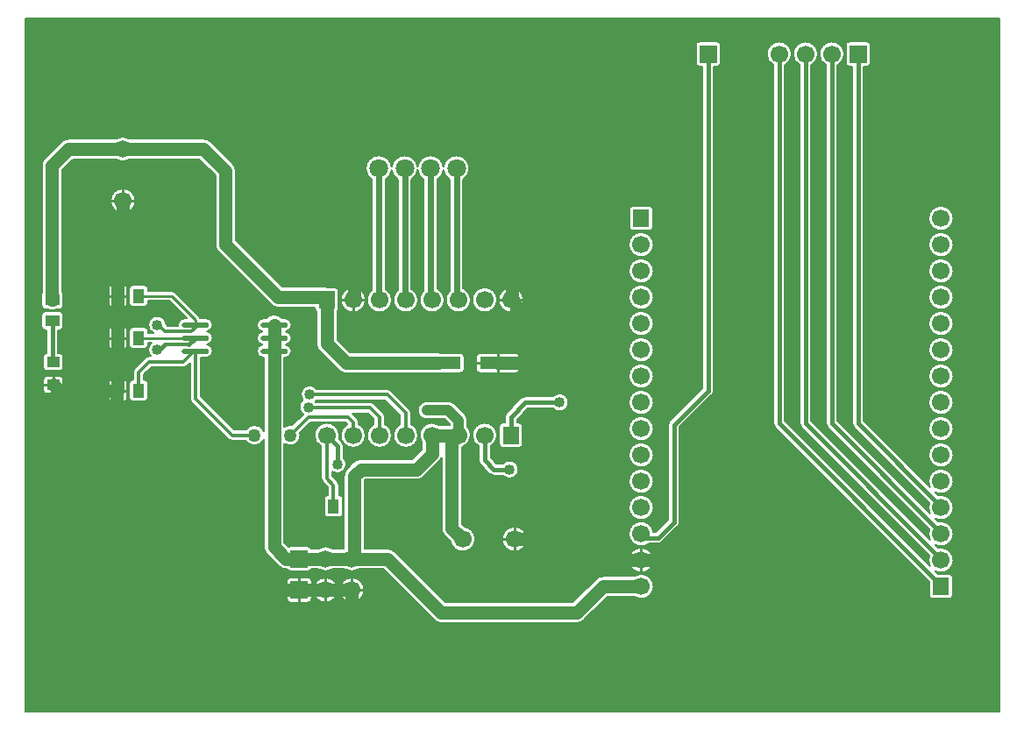
<source format=gtl>
G04 Layer: TopLayer*
G04 EasyEDA Pro v2.0.19.1.e63e9f, 2023-06-23 12:42:27*
G04 Gerber Generator version 0.3*
G04 Scale: 100 percent, Rotated: No, Reflected: No*
G04 Dimensions in millimeters*
G04 Leading zeros omitted, absolute positions, 3 integers and 3 decimals*
%FSLAX33Y33*%
%MOMM*%
%ADD8191C,0.203*%
%ADD10C,0.254*%
%ADD11C,1.7*%
%ADD12R,1.575X1.7*%
%ADD13R,1.575X1.7*%
%ADD14R,1.575X1.7*%
%ADD15R,1.575X1.7*%
%ADD16R,1.377X1.133*%
%ADD17R,1.1372X1.377*%
%ADD18R,1.133X1.377*%
%ADD19O,2.655X0.56*%
%ADD20R,1.7X1.7*%
%ADD21R,1.25X1.0*%
%ADD22R,3.5X1.2*%
%ADD23R,1.7X1.7*%
%ADD24C,1.8*%
%ADD25C,0.61*%
%ADD26C,1.27*%
%ADD27C,1.016*%
%ADD28C,0.406*%
%ADD29C,0.356*%
%ADD30C,0.457*%
%ADD31C,0.61*%
%ADD32C,1.219*%
G75*


G04 Copper Start*
G36*
G01X358Y485D02*
G01X358Y67460D01*
G01X94384D01*
G01Y485D01*
G01X358D01*
G37*
%LPC*%
G36*
G01X39811Y9331D02*
G03X40513Y9040I702J702D01*
G01X53594D01*
G03X54296Y9331I0J993D01*
G01X56545Y11580D01*
G01X59129D01*
G03X59817Y11365I688J993D01*
G03X61025Y12573I0J1208D01*
G03X59817Y13781I-1208J0D01*
G03X59129Y13566I0J-1208D01*
G01X56134D01*
G03X55432Y13275I0J-993D01*
G01X53183Y11026D01*
G01X40924D01*
G01X36008Y15942D01*
G03X35306Y16233I-702J-702D01*
G01X33108D01*
G01Y20320D01*
G01Y22830D01*
G01X33161Y22883D01*
G01X38118D01*
G03X38820Y23174I0J993D01*
G01X40326Y24680D01*
G03X40536Y24988I-702J702D01*
G01Y18201D01*
G03X40827Y17499I993J0D01*
G01X41396Y16929D01*
G03X42585Y15937I1189J216D01*
G03X43793Y17145I0J1208D01*
G03X42801Y18334I-1208J0D01*
G01X42522Y18612D01*
G01Y26024D01*
G03X43372Y27178I-358J1154D01*
G03X43030Y28020I-1208J0D01*
G01Y28615D01*
G03X42776Y29227I-866J0D01*
G01X41800Y30203D01*
G03X41188Y30457I-612J-612D01*
G01X39116D01*
G03X38250Y29591I0J-866D01*
G03X39116Y28725I866J0D01*
G01X40829D01*
G01X41298Y28256D01*
G01Y28171D01*
G01X40312D01*
G03X39624Y28386I-688J-993D01*
G03X38416Y27178I0J-1208D01*
G03X38631Y26490I1208J0D01*
G01Y25793D01*
G01X37707Y24869D01*
G01X32750D01*
G03X32048Y24578I0J-993D01*
G01X31413Y23943D01*
G03X31122Y23241I702J-702D01*
G01Y20320D01*
G01Y16233D01*
G01X30025D01*
G03X29337Y16448I-688J-993D01*
G03X28649Y16233I0J-1208D01*
G01X27975D01*
G03X27647Y16448I-328J-143D01*
G01X25947D01*
G03X25770Y16401I0J-358D01*
G01X25370Y16802D01*
G01Y26344D01*
G03X25908Y26185I539J834D01*
G03X26901Y27178I0J993D01*
G03X26878Y27390I-993J0D01*
G01X27908Y28420D01*
G01X31274D01*
G01X31445Y28249D01*
G03X30796Y27178I559J-1071D01*
G03X32004Y25970I1208J0D01*
G03X33212Y27178I0J1208D01*
G03X32540Y28261I-1208J0D01*
G01Y28448D01*
G03X32383Y28827I-536J0D01*
G01X31901Y29309D01*
G01X33433D01*
G01X34008Y28734D01*
G01Y28261D01*
G03X33336Y27178I536J-1083D01*
G03X34544Y25970I1208J0D01*
G03X35752Y27178I0J1208D01*
G03X35080Y28261I-1208J0D01*
G01Y28956D01*
G03X34923Y29335I-536J0D01*
G01X34034Y30224D01*
G03X33655Y30381I-379J-379D01*
G01X28409D01*
G03X28362Y30445I-722J-478D01*
G03X28493Y30579I-549J670D01*
G01X35084D01*
G01X36548Y29115D01*
G01Y28261D01*
G03X35876Y27178I536J-1083D01*
G03X37084Y25970I1208J0D01*
G03X38292Y27178I0J1208D01*
G03X37620Y28261I-1208J0D01*
G01Y29337D01*
G03X37463Y29716I-536J0D01*
G01X35685Y31494D01*
G03X35306Y31651I-379J-379D01*
G01X28493D01*
G03X27813Y31981I-680J-536D01*
G03X26947Y31115I0J-866D01*
G03X27137Y30573I866J0D01*
G03X26820Y29903I549J-670D01*
G03X27176Y29203I866J0D01*
G01X26120Y28148D01*
G03X25908Y28171I-212J-970D01*
G03X25370Y28012I0J-993D01*
G01Y34668D01*
G01X25424D01*
G03X26062Y35306I0J638D01*
G03X25487Y35941I-638J0D01*
G03X26062Y36576I-63J635D01*
G03X25487Y37211I-638J0D01*
G03X26062Y37846I-63J635D01*
G03X25424Y38484I-638J0D01*
G01X25137D01*
G03X24377Y38839I-761J-638D01*
G03X23616Y38484I0J-993D01*
G01X23329D01*
G03X22691Y37846I0J-638D01*
G03X23266Y37211I638J0D01*
G03X22691Y36576I63J-635D01*
G03X23266Y35941I638J0D01*
G03X22691Y35306I63J-635D01*
G03X23329Y34668I638J0D01*
G01X23383D01*
G01Y27588D01*
G03X22479Y28171I-904J-410D01*
G03X21643Y27714I0J-993D01*
G01X20542D01*
G01X17307Y30949D01*
G01Y34668D01*
G01X17819D01*
G03X18457Y35306I0J638D01*
G03X17882Y35941I-638J0D01*
G03X18457Y36576I-63J635D01*
G03X17882Y37211I-638J0D01*
G03X18457Y37846I-63J635D01*
G03X17819Y38484I-638J0D01*
G01X17237D01*
G03X17115Y38690I-465J-138D01*
G01X14821Y40983D01*
G03X14478Y41125I-343J-343D01*
G01X12211D01*
G01Y41329D01*
G03X11853Y41687I-358J0D01*
G01X10721D01*
G03X10363Y41329I0J-358D01*
G01Y39951D01*
G03X10721Y39593I358J0D01*
G01X11853D01*
G03X12211Y39951I0J358D01*
G01Y40155D01*
G01X14277D01*
G01X15948Y38484D01*
G01X15724D01*
G03X15086Y37846I0J-638D01*
G03X15094Y37747I638J0D01*
G01X14065D01*
G01X13947Y37865D01*
G03X13081Y38712I-866J-19D01*
G03X12215Y37846I0J-866D01*
G03X12715Y37061I866J0D01*
G01X12211D01*
G01Y37265D01*
G03X11853Y37623I-358J0D01*
G01X10721D01*
G03X10363Y37265I0J-358D01*
G01Y35887D01*
G03X10721Y35529I358J0D01*
G01X11853D01*
G03X12211Y35887I0J358D01*
G01Y36091D01*
G01X12518D01*
G03X12215Y35433I563J-658D01*
G03X12463Y34826I866J0D01*
G01X12303D01*
G03X11924Y34669I0J-536D01*
G01X10908Y33653D01*
G03X10751Y33274I379J-379D01*
G01Y32543D01*
G01X10721D01*
G03X10363Y32185I0J-358D01*
G01Y30807D01*
G03X10721Y30449I358J0D01*
G01X11853D01*
G03X12211Y30807I0J358D01*
G01Y32185D01*
G03X11853Y32543I-358J0D01*
G01X11823D01*
G01Y33052D01*
G01X12525Y33754D01*
G01X15621D01*
G03X16000Y33911I0J536D01*
G01X16236Y34147D01*
G01Y30727D01*
G03X16393Y30348I536J0D01*
G01X19941Y26799D01*
G03X20320Y26642I379J379D01*
G01X21643D01*
G03X22479Y26185I836J536D01*
G03X23383Y26768I0J993D01*
G01Y16390D01*
G03X23674Y15688I993J0D01*
G01X24825Y14538D01*
G03X25527Y14247I702J702D01*
G01X25619D01*
G03X25947Y14032I328J143D01*
G01X27647D01*
G03X27975Y14247I0J358D01*
G01X28649D01*
G03X29337Y14032I688J993D01*
G03X30025Y14247I0J1208D01*
G01X31189D01*
G03X31877Y14032I688J993D01*
G03X32565Y14247I0J1208D01*
G01X34895D01*
G01X39811Y9331D01*
G37*
G36*
G01X89560Y11365D02*
G03X89919Y11723I0J358D01*
G01Y13423D01*
G03X89560Y13781I-358J0D01*
G01X88486D01*
G01X88236Y14031D01*
G03X88773Y13905I537J1082D01*
G03X89981Y15113I0J1208D01*
G03X88773Y16321I-1208J0D01*
G03X88514Y16293I0J-1208D01*
G01X88236Y16571D01*
G03X88773Y16445I537J1082D01*
G03X89981Y17653I0J1208D01*
G03X88773Y18861I-1208J0D01*
G03X88514Y18833I0J-1208D01*
G01X88236Y19111D01*
G03X88773Y18985I537J1082D01*
G03X89981Y20193I0J1208D01*
G03X88773Y21401I-1208J0D01*
G03X88514Y21373I0J-1208D01*
G01X88236Y21651D01*
G03X88773Y21525I537J1082D01*
G03X89981Y22733I0J1208D01*
G03X88773Y23941I-1208J0D01*
G03X87565Y22733I0J-1208D01*
G03X87691Y22196I1208J0D01*
G01X81333Y28554D01*
G01Y62800D01*
G01X81622D01*
G03X81980Y63158I0J358D01*
G01Y64858D01*
G03X81622Y65216I-358J0D01*
G01X79922D01*
G03X79564Y64858I0J-358D01*
G01Y63158D01*
G03X79922Y62800I358J0D01*
G01X80211D01*
G01Y28321D01*
G03X80375Y27924I561J0D01*
G01X87653Y20646D01*
G03X87565Y20193I1120J-453D01*
G03X87691Y19656I1208J0D01*
G01X78793Y28554D01*
G01Y62938D01*
G03X79440Y64008I-561J1070D01*
G03X78232Y65216I-1208J0D01*
G03X77024Y64008I0J-1208D01*
G03X77671Y62938I1208J0D01*
G01Y28321D01*
G03X77835Y27924I561J0D01*
G01X87653Y18106D01*
G03X87565Y17653I1120J-453D01*
G03X87691Y17116I1208J0D01*
G01X76253Y28554D01*
G01Y62938D01*
G03X76900Y64008I-561J1070D01*
G03X75692Y65216I-1208J0D01*
G03X74484Y64008I0J-1208D01*
G03X75131Y62938I1208J0D01*
G01Y28321D01*
G03X75295Y27924I561J0D01*
G01X87653Y15566D01*
G03X87565Y15113I1120J-453D01*
G03X87691Y14576I1208J0D01*
G01X73713Y28554D01*
G01Y62938D01*
G03X74360Y64008I-561J1070D01*
G03X73152Y65216I-1208J0D01*
G03X71944Y64008I0J-1208D01*
G03X72591Y62938I1208J0D01*
G01Y28321D01*
G03X72755Y27924I561J0D01*
G01X87627Y13052D01*
G01Y11723D01*
G03X87986Y11365I358J0D01*
G01X89560D01*
G37*
G36*
G01X30600Y33461D02*
G03X31302Y33170I702J702D01*
G01X40256D01*
G03X40517Y33205I0J993D01*
G01X42387D01*
G03X42745Y33563I0J358D01*
G01Y34763D01*
G03X42387Y35121I-358J0D01*
G01X40517D01*
G03X40256Y35156I-261J-958D01*
G01X31714D01*
G01X30457Y36413D01*
G01Y39116D01*
G03X30610Y39409I-206J293D01*
G01Y41109D01*
G03X30251Y41467I-358J0D01*
G01X29613D01*
G03X29337Y41506I-276J-954D01*
G01X25176D01*
G01X20678Y46004D01*
G01Y52705D01*
G03X20387Y53407I-993J0D01*
G01X18268Y55526D01*
G03X17566Y55817I-702J-702D01*
G01X10467D01*
G03X9779Y56032I-688J-993D01*
G03X9091Y55817I0J-1208D01*
G01X4532D01*
G03X3830Y55526I0J-993D01*
G01X2219Y53915D01*
G03X1928Y53213I702J-702D01*
G01Y40928D01*
G03X1908Y40809I338J-119D01*
G01Y39677D01*
G03X2266Y39319I358J0D01*
G01X2591D01*
G03X2954Y39250I363J924D01*
G03X3317Y39319I0J993D01*
G01X3643D01*
G03X4001Y39677I0J358D01*
G01Y40809D01*
G03X3914Y41043I-358J0D01*
G01Y52802D01*
G01X4943Y53831D01*
G01X9091D01*
G03X9779Y53616I688J993D01*
G03X10467Y53831I0J1208D01*
G01X17155D01*
G01X18692Y52294D01*
G01Y45593D01*
G03X18983Y44891I993J0D01*
G01X24063Y39811D01*
G03X24765Y39520I702J702D01*
G01X28318D01*
G01Y39409D01*
G03X28471Y39116I358J0D01*
G01Y36001D01*
G03X28762Y35299I993J0D01*
G01X30600Y33461D01*
G37*
G36*
G01X58609Y17653D02*
G03X59817Y16445I1208J0D01*
G03X60573Y16711I0J1208D01*
G01X61468D01*
G03X61865Y16875I0J561D01*
G01X63389Y18399D01*
G03X63553Y18796I-397J397D01*
G01Y27961D01*
G01X66691Y31099D01*
G03X66855Y31496I-397J397D01*
G01Y62800D01*
G01X67144D01*
G03X67502Y63158I0J358D01*
G01Y64858D01*
G03X67144Y65216I-358J0D01*
G01X65444D01*
G03X65086Y64858I0J-358D01*
G01Y63158D01*
G03X65444Y62800I358J0D01*
G01X65733D01*
G01Y31729D01*
G01X62595Y28591D01*
G03X62431Y28194I397J-397D01*
G01Y19029D01*
G01X61235Y17833D01*
G01X61012D01*
G03X59817Y18861I-1195J-180D01*
G03X58609Y17653I0J-1208D01*
G37*
G36*
G01X33336Y40259D02*
G03X34544Y39051I1208J0D01*
G03X35752Y40259I0J1208D01*
G03X35140Y41310I-1208J0D01*
G01Y51890D01*
G03X35727Y52816I-663J1069D01*
G03X36314Y51890I1250J143D01*
G01Y41190D01*
G03X35876Y40259I770J-931D01*
G03X37084Y39051I1208J0D01*
G03X38292Y40259I0J1208D01*
G03X37640Y41332I-1208J0D01*
G01Y51890D01*
G03X38227Y52817I-663J1069D01*
G03X38814Y51890I1250J142D01*
G01Y41155D01*
G03X38416Y40259I810J-896D01*
G03X39624Y39051I1208J0D01*
G03X40832Y40259I0J1208D01*
G03X40140Y41351I-1208J0D01*
G01Y51890D01*
G03X40727Y52816I-663J1069D01*
G03X41314Y51890I1250J143D01*
G01Y41118D01*
G03X40956Y40259I850J-859D01*
G03X42164Y39051I1208J0D01*
G03X43372Y40259I0J1208D01*
G03X42640Y41369I-1208J0D01*
G01Y51890D01*
G03X43235Y52959I-663J1069D01*
G03X41977Y54217I-1258J0D01*
G03X40727Y53102I0J-1258D01*
G03X39477Y54217I-1250J-143D01*
G03X38227Y53101I0J-1258D01*
G03X36977Y54217I-1250J-142D01*
G03X35727Y53102I0J-1258D01*
G03X34477Y54217I-1250J-143D01*
G03X33219Y52959I0J-1258D01*
G03X33814Y51890I1258J0D01*
G01Y41222D01*
G03X33336Y40259I730J-963D01*
G37*
G36*
G01X46098Y26328D02*
G03X46457Y25970I358J0D01*
G01X48031D01*
G03X48390Y26328I0J358D01*
G01Y28028D01*
G03X48031Y28386I-358J0D01*
G01X47831D01*
G01Y28713D01*
G01X48884Y29766D01*
G01X51306D01*
G03X51943Y29487I637J587D01*
G03X52809Y30353I0J866D01*
G03X51943Y31219I-866J0D01*
G03X51306Y30940I0J-866D01*
G01X48641D01*
G03X48226Y30768I0J-587D01*
G01X46829Y29371D01*
G03X46657Y28956I415J-415D01*
G01Y28386D01*
G01X46457D01*
G03X46098Y28028I0J-358D01*
G01Y26328D01*
G37*
G36*
G01X30681Y19273D02*
G03X31039Y19631I0J358D01*
G01Y21009D01*
G03X30681Y21367I-358J0D01*
G01X30651D01*
G01Y22352D01*
G03X30494Y22731I-536J0D01*
G01X30000Y23225D01*
G01Y23663D01*
G03X30480Y23518I480J721D01*
G03X31346Y24384I0J866D01*
G03X31067Y25021I-866J0D01*
G01Y26162D01*
G03X30895Y26577I-587J0D01*
G01X30626Y26846D01*
G03X30672Y27178I-1162J332D01*
G03X29464Y28386I-1208J0D01*
G03X28256Y27178I0J-1208D01*
G03X28928Y26095I1208J0D01*
G01Y23003D01*
G03X29085Y22624I536J0D01*
G01X29579Y22130D01*
G01Y21367D01*
G01X29549D01*
G03X29191Y21009I0J-358D01*
G01Y19631D01*
G03X29549Y19273I358J0D01*
G01X30681D01*
G37*
G36*
G01X47117Y23010D02*
G03X47983Y23876I0J866D01*
G03X47117Y24742I-866J0D01*
G03X46480Y24463I0J-866D01*
G01X45836D01*
G01X45291Y25008D01*
G01Y26122D01*
G03X45912Y27178I-587J1056D01*
G03X44704Y28386I-1208J0D01*
G03X43496Y27178I0J-1208D01*
G03X44117Y26122I1208J0D01*
G01Y24765D01*
G03X44289Y24350I587J0D01*
G01X45178Y23461D01*
G03X45593Y23289I415J415D01*
G01X46480D01*
G03X47117Y23010I637J587D01*
G37*
G36*
G01X2065Y33747D02*
G03X2423Y33389I358J0D01*
G01X3673D01*
G03X4031Y33747I0J358D01*
G01Y34747D01*
G03X3673Y35105I-358J0D01*
G01X3516D01*
G01Y37319D01*
G01X3643D01*
G03X4001Y37677I0J358D01*
G01Y38809D01*
G03X3643Y39167I-358J0D01*
G01X2266D01*
G03X1908Y38809I0J-358D01*
G01Y37677D01*
G03X2266Y37319I358J0D01*
G01X2393D01*
G01Y35104D01*
G03X2065Y34747I30J-357D01*
G01Y33747D01*
G37*
G36*
G01X47727Y33205D02*
G03X48085Y33563I0J358D01*
G01Y34763D01*
G03X47727Y35121I-358J0D01*
G01X44227D01*
G03X43869Y34763I0J-358D01*
G01Y33563D01*
G03X44227Y33205I358J0D01*
G01X47727D01*
G37*
G36*
G01X25589Y11377D02*
G03X25947Y11019I358J0D01*
G01X27647D01*
G03X28005Y11377I0J358D01*
G01Y13077D01*
G03X27647Y13435I-358J0D01*
G01X25947D01*
G03X25589Y13077I0J-358D01*
G01Y11377D01*
G37*
G36*
G01X44704Y39051D02*
G03X45912Y40259I0J1208D01*
G03X44704Y41467I-1208J0D01*
G03X43496Y40259I0J-1208D01*
G03X44704Y39051I1208J0D01*
G37*
G36*
G01X58609Y40513D02*
G03X59817Y39305I1208J0D01*
G03X61025Y40513I0J1208D01*
G03X59817Y41721I-1208J0D01*
G03X58609Y40513I0J-1208D01*
G37*
G36*
G01X46036Y40259D02*
G03X47244Y39051I1208J0D01*
G03X48452Y40259I0J1208D01*
G03X47244Y41467I-1208J0D01*
G03X46036Y40259I0J-1208D01*
G37*
G36*
G01X58609Y37973D02*
G03X59817Y36765I1208J0D01*
G03X61025Y37973I0J1208D01*
G03X59817Y39181I-1208J0D01*
G03X58609Y37973I0J-1208D01*
G37*
G36*
G01X58609Y35433D02*
G03X59817Y34225I1208J0D01*
G03X61025Y35433I0J1208D01*
G03X59817Y36641I-1208J0D01*
G03X58609Y35433I0J-1208D01*
G37*
G36*
G01X58609Y27813D02*
G03X59817Y26605I1208J0D01*
G03X61025Y27813I0J1208D01*
G03X59817Y29021I-1208J0D01*
G03X58609Y27813I0J-1208D01*
G37*
G36*
G01X58609Y25273D02*
G03X59817Y24065I1208J0D01*
G03X61025Y25273I0J1208D01*
G03X59817Y26481I-1208J0D01*
G03X58609Y25273I0J-1208D01*
G37*
G36*
G01X30669Y12227D02*
G03X31877Y11019I1208J0D01*
G03X33085Y12227I0J1208D01*
G03X31877Y13435I-1208J0D01*
G03X30669Y12227I0J-1208D01*
G37*
G36*
G01X58609Y15113D02*
G03X59817Y13905I1208J0D01*
G03X61025Y15113I0J1208D01*
G03X59817Y16321I-1208J0D01*
G03X58609Y15113I0J-1208D01*
G37*
G36*
G01X46377Y17145D02*
G03X47585Y15937I1208J0D01*
G03X48793Y17145I0J1208D01*
G03X47585Y18353I-1208J0D01*
G03X46377Y17145I0J-1208D01*
G37*
G36*
G01X58609Y20193D02*
G03X59817Y18985I1208J0D01*
G03X61025Y20193I0J1208D01*
G03X59817Y21401I-1208J0D01*
G03X58609Y20193I0J-1208D01*
G37*
G36*
G01X9779Y48616D02*
G03X10987Y49824I0J1208D01*
G03X9779Y51032I-1208J0D01*
G03X8571Y49824I0J-1208D01*
G03X9779Y48616I1208J0D01*
G37*
G36*
G01X58609Y22733D02*
G03X59817Y21525I1208J0D01*
G03X61025Y22733I0J1208D01*
G03X59817Y23941I-1208J0D01*
G03X58609Y22733I0J-1208D01*
G37*
G36*
G01X32004Y39051D02*
G03X33212Y40259I0J1208D01*
G03X32004Y41467I-1208J0D01*
G03X30796Y40259I0J-1208D01*
G03X32004Y39051I1208J0D01*
G37*
G36*
G01X28129Y12227D02*
G03X29337Y11019I1208J0D01*
G03X30545Y12227I0J1208D01*
G03X29337Y13435I-1208J0D01*
G03X28129Y12227I0J-1208D01*
G37*
G36*
G01X58609Y30353D02*
G03X59817Y29145I1208J0D01*
G03X61025Y30353I0J1208D01*
G03X59817Y31561I-1208J0D01*
G03X58609Y30353I0J-1208D01*
G37*
G36*
G01X58609Y32893D02*
G03X59817Y31685I1208J0D01*
G03X61025Y32893I0J1208D01*
G03X59817Y34101I-1208J0D01*
G03X58609Y32893I0J-1208D01*
G37*
G36*
G01X58609Y45593D02*
G03X59817Y44385I1208J0D01*
G03X61025Y45593I0J1208D01*
G03X59817Y46801I-1208J0D01*
G03X58609Y45593I0J-1208D01*
G37*
G36*
G01X58609Y43053D02*
G03X59817Y41845I1208J0D01*
G03X61025Y43053I0J1208D01*
G03X59817Y44261I-1208J0D01*
G03X58609Y43053I0J-1208D01*
G37*
G36*
G01X88773Y29145D02*
G03X89981Y30353I0J1208D01*
G03X88773Y31561I-1208J0D01*
G03X87565Y30353I0J-1208D01*
G03X88773Y29145I1208J0D01*
G37*
G36*
G01X87565Y48133D02*
G03X88773Y46925I1208J0D01*
G03X89981Y48133I0J1208D01*
G03X88773Y49341I-1208J0D01*
G03X87565Y48133I0J-1208D01*
G37*
G36*
G01X88773Y44385D02*
G03X89981Y45593I0J1208D01*
G03X88773Y46801I-1208J0D01*
G03X87565Y45593I0J-1208D01*
G03X88773Y44385I1208J0D01*
G37*
G36*
G01X88773Y41845D02*
G03X89981Y43053I0J1208D01*
G03X88773Y44261I-1208J0D01*
G03X87565Y43053I0J-1208D01*
G03X88773Y41845I1208J0D01*
G37*
G36*
G01X87565Y40513D02*
G03X88773Y39305I1208J0D01*
G03X89981Y40513I0J1208D01*
G03X88773Y41721I-1208J0D01*
G03X87565Y40513I0J-1208D01*
G37*
G36*
G01X88773Y26605D02*
G03X89981Y27813I0J1208D01*
G03X88773Y29021I-1208J0D01*
G03X87565Y27813I0J-1208D01*
G03X88773Y26605I1208J0D01*
G37*
G36*
G01X87565Y37973D02*
G03X88773Y36765I1208J0D01*
G03X89981Y37973I0J1208D01*
G03X88773Y39181I-1208J0D01*
G03X87565Y37973I0J-1208D01*
G37*
G36*
G01X88773Y34225D02*
G03X89981Y35433I0J1208D01*
G03X88773Y36641I-1208J0D01*
G03X87565Y35433I0J-1208D01*
G03X88773Y34225I1208J0D01*
G37*
G36*
G01X87565Y32893D02*
G03X88773Y31685I1208J0D01*
G03X89981Y32893I0J1208D01*
G03X88773Y34101I-1208J0D01*
G03X87565Y32893I0J-1208D01*
G37*
G36*
G01X88773Y24065D02*
G03X89981Y25273I0J1208D01*
G03X88773Y26481I-1208J0D01*
G03X87565Y25273I0J-1208D01*
G03X88773Y24065I1208J0D01*
G37*
G36*
G01X60604Y46925D02*
G03X60963Y47283I0J358D01*
G01Y48983D01*
G03X60604Y49341I-358J0D01*
G01X59030D01*
G03X58671Y48983I0J-358D01*
G01Y47283D01*
G03X59030Y46925I358J0D01*
G01X60604D01*
G37*
G36*
G01X8363Y39951D02*
G03X8721Y39593I358J0D01*
G01X9853D01*
G03X10211Y39951I0J358D01*
G01Y41329D01*
G03X9853Y41687I-358J0D01*
G01X8721D01*
G03X8363Y41329I0J-358D01*
G01Y39951D01*
G37*
G36*
G01X8363Y35887D02*
G03X8721Y35529I358J0D01*
G01X9853D01*
G03X10211Y35887I0J358D01*
G01Y37265D01*
G03X9853Y37623I-358J0D01*
G01X8721D01*
G03X8363Y37265I0J-358D01*
G01Y35887D01*
G37*
G36*
G01X9853Y30449D02*
G03X10211Y30807I0J358D01*
G01Y32185D01*
G03X9853Y32543I-358J0D01*
G01X8721D01*
G03X8363Y32185I0J-358D01*
G01Y30807D01*
G03X8721Y30449I358J0D01*
G01X9853D01*
G37*
G36*
G01X3673Y31189D02*
G03X4031Y31547I0J358D01*
G01Y32547D01*
G03X3673Y32905I-358J0D01*
G01X2423D01*
G03X2065Y32547I0J-358D01*
G01Y31547D01*
G03X2423Y31189I358J0D01*
G01X3673D01*
G37*
%LPD*%
G54D8191*
G01X358Y485D02*
G01X358Y67460D01*
G01X94384D01*
G01Y485D01*
G01X358D01*
G01X39811Y9331D02*
G03X40513Y9040I702J702D01*
G01X53594D01*
G03X54296Y9331I0J993D01*
G01X56545Y11580D01*
G01X59129D01*
G03X59817Y11365I688J993D01*
G03X61025Y12573I0J1208D01*
G03X59817Y13781I-1208J0D01*
G03X59129Y13566I0J-1208D01*
G01X56134D01*
G03X55432Y13275I0J-993D01*
G01X53183Y11026D01*
G01X40924D01*
G01X36008Y15942D01*
G03X35306Y16233I-702J-702D01*
G01X33108D01*
G01Y20320D01*
G01Y22830D01*
G01X33161Y22883D01*
G01X38118D01*
G03X38820Y23174I0J993D01*
G01X40326Y24680D01*
G03X40536Y24988I-702J702D01*
G01Y18201D01*
G03X40827Y17499I993J0D01*
G01X41396Y16929D01*
G03X42585Y15937I1189J216D01*
G03X43793Y17145I0J1208D01*
G03X42801Y18334I-1208J0D01*
G01X42522Y18612D01*
G01Y26024D01*
G03X43372Y27178I-358J1154D01*
G03X43030Y28020I-1208J0D01*
G01Y28615D01*
G03X42776Y29227I-866J0D01*
G01X41800Y30203D01*
G03X41188Y30457I-612J-612D01*
G01X39116D01*
G03X38250Y29591I0J-866D01*
G03X39116Y28725I866J0D01*
G01X40829D01*
G01X41298Y28256D01*
G01Y28171D01*
G01X40312D01*
G03X39624Y28386I-688J-993D01*
G03X38416Y27178I0J-1208D01*
G03X38631Y26490I1208J0D01*
G01Y25793D01*
G01X37707Y24869D01*
G01X32750D01*
G03X32048Y24578I0J-993D01*
G01X31413Y23943D01*
G03X31122Y23241I702J-702D01*
G01Y20320D01*
G01Y16233D01*
G01X30025D01*
G03X29337Y16448I-688J-993D01*
G03X28649Y16233I0J-1208D01*
G01X27975D01*
G03X27647Y16448I-328J-143D01*
G01X25947D01*
G03X25770Y16401I0J-358D01*
G01X25370Y16802D01*
G01Y26344D01*
G03X25908Y26185I539J834D01*
G03X26901Y27178I0J993D01*
G03X26878Y27390I-993J0D01*
G01X27908Y28420D01*
G01X31274D01*
G01X31445Y28249D01*
G03X30796Y27178I559J-1071D01*
G03X32004Y25970I1208J0D01*
G03X33212Y27178I0J1208D01*
G03X32540Y28261I-1208J0D01*
G01Y28448D01*
G03X32383Y28827I-536J0D01*
G01X31901Y29309D01*
G01X33433D01*
G01X34008Y28734D01*
G01Y28261D01*
G03X33336Y27178I536J-1083D01*
G03X34544Y25970I1208J0D01*
G03X35752Y27178I0J1208D01*
G03X35080Y28261I-1208J0D01*
G01Y28956D01*
G03X34923Y29335I-536J0D01*
G01X34034Y30224D01*
G03X33655Y30381I-379J-379D01*
G01X28409D01*
G03X28362Y30445I-722J-478D01*
G03X28493Y30579I-549J670D01*
G01X35084D01*
G01X36548Y29115D01*
G01Y28261D01*
G03X35876Y27178I536J-1083D01*
G03X37084Y25970I1208J0D01*
G03X38292Y27178I0J1208D01*
G03X37620Y28261I-1208J0D01*
G01Y29337D01*
G03X37463Y29716I-536J0D01*
G01X35685Y31494D01*
G03X35306Y31651I-379J-379D01*
G01X28493D01*
G03X27813Y31981I-680J-536D01*
G03X26947Y31115I0J-866D01*
G03X27137Y30573I866J0D01*
G03X26820Y29903I549J-670D01*
G03X27176Y29203I866J0D01*
G01X26120Y28148D01*
G03X25908Y28171I-212J-970D01*
G03X25370Y28012I0J-993D01*
G01Y34668D01*
G01X25424D01*
G03X26062Y35306I0J638D01*
G03X25487Y35941I-638J0D01*
G03X26062Y36576I-63J635D01*
G03X25487Y37211I-638J0D01*
G03X26062Y37846I-63J635D01*
G03X25424Y38484I-638J0D01*
G01X25137D01*
G03X24377Y38839I-761J-638D01*
G03X23616Y38484I0J-993D01*
G01X23329D01*
G03X22691Y37846I0J-638D01*
G03X23266Y37211I638J0D01*
G03X22691Y36576I63J-635D01*
G03X23266Y35941I638J0D01*
G03X22691Y35306I63J-635D01*
G03X23329Y34668I638J0D01*
G01X23383D01*
G01Y27588D01*
G03X22479Y28171I-904J-410D01*
G03X21643Y27714I0J-993D01*
G01X20542D01*
G01X17307Y30949D01*
G01Y34668D01*
G01X17819D01*
G03X18457Y35306I0J638D01*
G03X17882Y35941I-638J0D01*
G03X18457Y36576I-63J635D01*
G03X17882Y37211I-638J0D01*
G03X18457Y37846I-63J635D01*
G03X17819Y38484I-638J0D01*
G01X17237D01*
G03X17115Y38690I-465J-138D01*
G01X14821Y40983D01*
G03X14478Y41125I-343J-343D01*
G01X12211D01*
G01Y41329D01*
G03X11853Y41687I-358J0D01*
G01X10721D01*
G03X10363Y41329I0J-358D01*
G01Y39951D01*
G03X10721Y39593I358J0D01*
G01X11853D01*
G03X12211Y39951I0J358D01*
G01Y40155D01*
G01X14277D01*
G01X15948Y38484D01*
G01X15724D01*
G03X15086Y37846I0J-638D01*
G03X15094Y37747I638J0D01*
G01X14065D01*
G01X13947Y37865D01*
G03X13081Y38712I-866J-19D01*
G03X12215Y37846I0J-866D01*
G03X12715Y37061I866J0D01*
G01X12211D01*
G01Y37265D01*
G03X11853Y37623I-358J0D01*
G01X10721D01*
G03X10363Y37265I0J-358D01*
G01Y35887D01*
G03X10721Y35529I358J0D01*
G01X11853D01*
G03X12211Y35887I0J358D01*
G01Y36091D01*
G01X12518D01*
G03X12215Y35433I563J-658D01*
G03X12463Y34826I866J0D01*
G01X12303D01*
G03X11924Y34669I0J-536D01*
G01X10908Y33653D01*
G03X10751Y33274I379J-379D01*
G01Y32543D01*
G01X10721D01*
G03X10363Y32185I0J-358D01*
G01Y30807D01*
G03X10721Y30449I358J0D01*
G01X11853D01*
G03X12211Y30807I0J358D01*
G01Y32185D01*
G03X11853Y32543I-358J0D01*
G01X11823D01*
G01Y33052D01*
G01X12525Y33754D01*
G01X15621D01*
G03X16000Y33911I0J536D01*
G01X16236Y34147D01*
G01Y30727D01*
G03X16393Y30348I536J0D01*
G01X19941Y26799D01*
G03X20320Y26642I379J379D01*
G01X21643D01*
G03X22479Y26185I836J536D01*
G03X23383Y26768I0J993D01*
G01Y16390D01*
G03X23674Y15688I993J0D01*
G01X24825Y14538D01*
G03X25527Y14247I702J702D01*
G01X25619D01*
G03X25947Y14032I328J143D01*
G01X27647D01*
G03X27975Y14247I0J358D01*
G01X28649D01*
G03X29337Y14032I688J993D01*
G03X30025Y14247I0J1208D01*
G01X31189D01*
G03X31877Y14032I688J993D01*
G03X32565Y14247I0J1208D01*
G01X34895D01*
G01X39811Y9331D01*
G01X89560Y11365D02*
G03X89919Y11723I0J358D01*
G01Y13423D01*
G03X89560Y13781I-358J0D01*
G01X88486D01*
G01X88236Y14031D01*
G03X88773Y13905I537J1082D01*
G03X89981Y15113I0J1208D01*
G03X88773Y16321I-1208J0D01*
G03X88514Y16293I0J-1208D01*
G01X88236Y16571D01*
G03X88773Y16445I537J1082D01*
G03X89981Y17653I0J1208D01*
G03X88773Y18861I-1208J0D01*
G03X88514Y18833I0J-1208D01*
G01X88236Y19111D01*
G03X88773Y18985I537J1082D01*
G03X89981Y20193I0J1208D01*
G03X88773Y21401I-1208J0D01*
G03X88514Y21373I0J-1208D01*
G01X88236Y21651D01*
G03X88773Y21525I537J1082D01*
G03X89981Y22733I0J1208D01*
G03X88773Y23941I-1208J0D01*
G03X87565Y22733I0J-1208D01*
G03X87691Y22196I1208J0D01*
G01X81333Y28554D01*
G01Y62800D01*
G01X81622D01*
G03X81980Y63158I0J358D01*
G01Y64858D01*
G03X81622Y65216I-358J0D01*
G01X79922D01*
G03X79564Y64858I0J-358D01*
G01Y63158D01*
G03X79922Y62800I358J0D01*
G01X80211D01*
G01Y28321D01*
G03X80375Y27924I561J0D01*
G01X87653Y20646D01*
G03X87565Y20193I1120J-453D01*
G03X87691Y19656I1208J0D01*
G01X78793Y28554D01*
G01Y62938D01*
G03X79440Y64008I-561J1070D01*
G03X78232Y65216I-1208J0D01*
G03X77024Y64008I0J-1208D01*
G03X77671Y62938I1208J0D01*
G01Y28321D01*
G03X77835Y27924I561J0D01*
G01X87653Y18106D01*
G03X87565Y17653I1120J-453D01*
G03X87691Y17116I1208J0D01*
G01X76253Y28554D01*
G01Y62938D01*
G03X76900Y64008I-561J1070D01*
G03X75692Y65216I-1208J0D01*
G03X74484Y64008I0J-1208D01*
G03X75131Y62938I1208J0D01*
G01Y28321D01*
G03X75295Y27924I561J0D01*
G01X87653Y15566D01*
G03X87565Y15113I1120J-453D01*
G03X87691Y14576I1208J0D01*
G01X73713Y28554D01*
G01Y62938D01*
G03X74360Y64008I-561J1070D01*
G03X73152Y65216I-1208J0D01*
G03X71944Y64008I0J-1208D01*
G03X72591Y62938I1208J0D01*
G01Y28321D01*
G03X72755Y27924I561J0D01*
G01X87627Y13052D01*
G01Y11723D01*
G03X87986Y11365I358J0D01*
G01X89560D01*
G01X30600Y33461D02*
G03X31302Y33170I702J702D01*
G01X40256D01*
G03X40517Y33205I0J993D01*
G01X42387D01*
G03X42745Y33563I0J358D01*
G01Y34763D01*
G03X42387Y35121I-358J0D01*
G01X40517D01*
G03X40256Y35156I-261J-958D01*
G01X31714D01*
G01X30457Y36413D01*
G01Y39116D01*
G03X30610Y39409I-206J293D01*
G01Y41109D01*
G03X30251Y41467I-358J0D01*
G01X29613D01*
G03X29337Y41506I-276J-954D01*
G01X25176D01*
G01X20678Y46004D01*
G01Y52705D01*
G03X20387Y53407I-993J0D01*
G01X18268Y55526D01*
G03X17566Y55817I-702J-702D01*
G01X10467D01*
G03X9779Y56032I-688J-993D01*
G03X9091Y55817I0J-1208D01*
G01X4532D01*
G03X3830Y55526I0J-993D01*
G01X2219Y53915D01*
G03X1928Y53213I702J-702D01*
G01Y40928D01*
G03X1908Y40809I338J-119D01*
G01Y39677D01*
G03X2266Y39319I358J0D01*
G01X2591D01*
G03X2954Y39250I363J924D01*
G03X3317Y39319I0J993D01*
G01X3643D01*
G03X4001Y39677I0J358D01*
G01Y40809D01*
G03X3914Y41043I-358J0D01*
G01Y52802D01*
G01X4943Y53831D01*
G01X9091D01*
G03X9779Y53616I688J993D01*
G03X10467Y53831I0J1208D01*
G01X17155D01*
G01X18692Y52294D01*
G01Y45593D01*
G03X18983Y44891I993J0D01*
G01X24063Y39811D01*
G03X24765Y39520I702J702D01*
G01X28318D01*
G01Y39409D01*
G03X28471Y39116I358J0D01*
G01Y36001D01*
G03X28762Y35299I993J0D01*
G01X30600Y33461D01*
G01X58609Y17653D02*
G03X59817Y16445I1208J0D01*
G03X60573Y16711I0J1208D01*
G01X61468D01*
G03X61865Y16875I0J561D01*
G01X63389Y18399D01*
G03X63553Y18796I-397J397D01*
G01Y27961D01*
G01X66691Y31099D01*
G03X66855Y31496I-397J397D01*
G01Y62800D01*
G01X67144D01*
G03X67502Y63158I0J358D01*
G01Y64858D01*
G03X67144Y65216I-358J0D01*
G01X65444D01*
G03X65086Y64858I0J-358D01*
G01Y63158D01*
G03X65444Y62800I358J0D01*
G01X65733D01*
G01Y31729D01*
G01X62595Y28591D01*
G03X62431Y28194I397J-397D01*
G01Y19029D01*
G01X61235Y17833D01*
G01X61012D01*
G03X59817Y18861I-1195J-180D01*
G03X58609Y17653I0J-1208D01*
G01X33336Y40259D02*
G03X34544Y39051I1208J0D01*
G03X35752Y40259I0J1208D01*
G03X35140Y41310I-1208J0D01*
G01Y51890D01*
G03X35727Y52816I-663J1069D01*
G03X36314Y51890I1250J143D01*
G01Y41190D01*
G03X35876Y40259I770J-931D01*
G03X37084Y39051I1208J0D01*
G03X38292Y40259I0J1208D01*
G03X37640Y41332I-1208J0D01*
G01Y51890D01*
G03X38227Y52817I-663J1069D01*
G03X38814Y51890I1250J142D01*
G01Y41155D01*
G03X38416Y40259I810J-896D01*
G03X39624Y39051I1208J0D01*
G03X40832Y40259I0J1208D01*
G03X40140Y41351I-1208J0D01*
G01Y51890D01*
G03X40727Y52816I-663J1069D01*
G03X41314Y51890I1250J143D01*
G01Y41118D01*
G03X40956Y40259I850J-859D01*
G03X42164Y39051I1208J0D01*
G03X43372Y40259I0J1208D01*
G03X42640Y41369I-1208J0D01*
G01Y51890D01*
G03X43235Y52959I-663J1069D01*
G03X41977Y54217I-1258J0D01*
G03X40727Y53102I0J-1258D01*
G03X39477Y54217I-1250J-143D01*
G03X38227Y53101I0J-1258D01*
G03X36977Y54217I-1250J-142D01*
G03X35727Y53102I0J-1258D01*
G03X34477Y54217I-1250J-143D01*
G03X33219Y52959I0J-1258D01*
G03X33814Y51890I1258J0D01*
G01Y41222D01*
G03X33336Y40259I730J-963D01*
G01X46098Y26328D02*
G03X46457Y25970I358J0D01*
G01X48031D01*
G03X48390Y26328I0J358D01*
G01Y28028D01*
G03X48031Y28386I-358J0D01*
G01X47831D01*
G01Y28713D01*
G01X48884Y29766D01*
G01X51306D01*
G03X51943Y29487I637J587D01*
G03X52809Y30353I0J866D01*
G03X51943Y31219I-866J0D01*
G03X51306Y30940I0J-866D01*
G01X48641D01*
G03X48226Y30768I0J-587D01*
G01X46829Y29371D01*
G03X46657Y28956I415J-415D01*
G01Y28386D01*
G01X46457D01*
G03X46098Y28028I0J-358D01*
G01Y26328D01*
G01X30681Y19273D02*
G03X31039Y19631I0J358D01*
G01Y21009D01*
G03X30681Y21367I-358J0D01*
G01X30651D01*
G01Y22352D01*
G03X30494Y22731I-536J0D01*
G01X30000Y23225D01*
G01Y23663D01*
G03X30480Y23518I480J721D01*
G03X31346Y24384I0J866D01*
G03X31067Y25021I-866J0D01*
G01Y26162D01*
G03X30895Y26577I-587J0D01*
G01X30626Y26846D01*
G03X30672Y27178I-1162J332D01*
G03X29464Y28386I-1208J0D01*
G03X28256Y27178I0J-1208D01*
G03X28928Y26095I1208J0D01*
G01Y23003D01*
G03X29085Y22624I536J0D01*
G01X29579Y22130D01*
G01Y21367D01*
G01X29549D01*
G03X29191Y21009I0J-358D01*
G01Y19631D01*
G03X29549Y19273I358J0D01*
G01X30681D01*
G01X47117Y23010D02*
G03X47983Y23876I0J866D01*
G03X47117Y24742I-866J0D01*
G03X46480Y24463I0J-866D01*
G01X45836D01*
G01X45291Y25008D01*
G01Y26122D01*
G03X45912Y27178I-587J1056D01*
G03X44704Y28386I-1208J0D01*
G03X43496Y27178I0J-1208D01*
G03X44117Y26122I1208J0D01*
G01Y24765D01*
G03X44289Y24350I587J0D01*
G01X45178Y23461D01*
G03X45593Y23289I415J415D01*
G01X46480D01*
G03X47117Y23010I637J587D01*
G01X2065Y33747D02*
G03X2423Y33389I358J0D01*
G01X3673D01*
G03X4031Y33747I0J358D01*
G01Y34747D01*
G03X3673Y35105I-358J0D01*
G01X3516D01*
G01Y37319D01*
G01X3643D01*
G03X4001Y37677I0J358D01*
G01Y38809D01*
G03X3643Y39167I-358J0D01*
G01X2266D01*
G03X1908Y38809I0J-358D01*
G01Y37677D01*
G03X2266Y37319I358J0D01*
G01X2393D01*
G01Y35104D01*
G03X2065Y34747I30J-357D01*
G01Y33747D01*
G01X47727Y33205D02*
G03X48085Y33563I0J358D01*
G01Y34763D01*
G03X47727Y35121I-358J0D01*
G01X44227D01*
G03X43869Y34763I0J-358D01*
G01Y33563D01*
G03X44227Y33205I358J0D01*
G01X47727D01*
G01X25589Y11377D02*
G03X25947Y11019I358J0D01*
G01X27647D01*
G03X28005Y11377I0J358D01*
G01Y13077D01*
G03X27647Y13435I-358J0D01*
G01X25947D01*
G03X25589Y13077I0J-358D01*
G01Y11377D01*
G01X44704Y39051D02*
G03X45912Y40259I0J1208D01*
G03X44704Y41467I-1208J0D01*
G03X43496Y40259I0J-1208D01*
G03X44704Y39051I1208J0D01*
G01X58609Y40513D02*
G03X59817Y39305I1208J0D01*
G03X61025Y40513I0J1208D01*
G03X59817Y41721I-1208J0D01*
G03X58609Y40513I0J-1208D01*
G01X46036Y40259D02*
G03X47244Y39051I1208J0D01*
G03X48452Y40259I0J1208D01*
G03X47244Y41467I-1208J0D01*
G03X46036Y40259I0J-1208D01*
G01X58609Y37973D02*
G03X59817Y36765I1208J0D01*
G03X61025Y37973I0J1208D01*
G03X59817Y39181I-1208J0D01*
G03X58609Y37973I0J-1208D01*
G01X58609Y35433D02*
G03X59817Y34225I1208J0D01*
G03X61025Y35433I0J1208D01*
G03X59817Y36641I-1208J0D01*
G03X58609Y35433I0J-1208D01*
G01X58609Y27813D02*
G03X59817Y26605I1208J0D01*
G03X61025Y27813I0J1208D01*
G03X59817Y29021I-1208J0D01*
G03X58609Y27813I0J-1208D01*
G01X58609Y25273D02*
G03X59817Y24065I1208J0D01*
G03X61025Y25273I0J1208D01*
G03X59817Y26481I-1208J0D01*
G03X58609Y25273I0J-1208D01*
G01X30669Y12227D02*
G03X31877Y11019I1208J0D01*
G03X33085Y12227I0J1208D01*
G03X31877Y13435I-1208J0D01*
G03X30669Y12227I0J-1208D01*
G01X58609Y15113D02*
G03X59817Y13905I1208J0D01*
G03X61025Y15113I0J1208D01*
G03X59817Y16321I-1208J0D01*
G03X58609Y15113I0J-1208D01*
G01X46377Y17145D02*
G03X47585Y15937I1208J0D01*
G03X48793Y17145I0J1208D01*
G03X47585Y18353I-1208J0D01*
G03X46377Y17145I0J-1208D01*
G01X58609Y20193D02*
G03X59817Y18985I1208J0D01*
G03X61025Y20193I0J1208D01*
G03X59817Y21401I-1208J0D01*
G03X58609Y20193I0J-1208D01*
G01X9779Y48616D02*
G03X10987Y49824I0J1208D01*
G03X9779Y51032I-1208J0D01*
G03X8571Y49824I0J-1208D01*
G03X9779Y48616I1208J0D01*
G01X58609Y22733D02*
G03X59817Y21525I1208J0D01*
G03X61025Y22733I0J1208D01*
G03X59817Y23941I-1208J0D01*
G03X58609Y22733I0J-1208D01*
G01X32004Y39051D02*
G03X33212Y40259I0J1208D01*
G03X32004Y41467I-1208J0D01*
G03X30796Y40259I0J-1208D01*
G03X32004Y39051I1208J0D01*
G01X28129Y12227D02*
G03X29337Y11019I1208J0D01*
G03X30545Y12227I0J1208D01*
G03X29337Y13435I-1208J0D01*
G03X28129Y12227I0J-1208D01*
G01X58609Y30353D02*
G03X59817Y29145I1208J0D01*
G03X61025Y30353I0J1208D01*
G03X59817Y31561I-1208J0D01*
G03X58609Y30353I0J-1208D01*
G01X58609Y32893D02*
G03X59817Y31685I1208J0D01*
G03X61025Y32893I0J1208D01*
G03X59817Y34101I-1208J0D01*
G03X58609Y32893I0J-1208D01*
G01X58609Y45593D02*
G03X59817Y44385I1208J0D01*
G03X61025Y45593I0J1208D01*
G03X59817Y46801I-1208J0D01*
G03X58609Y45593I0J-1208D01*
G01X58609Y43053D02*
G03X59817Y41845I1208J0D01*
G03X61025Y43053I0J1208D01*
G03X59817Y44261I-1208J0D01*
G03X58609Y43053I0J-1208D01*
G01X88773Y29145D02*
G03X89981Y30353I0J1208D01*
G03X88773Y31561I-1208J0D01*
G03X87565Y30353I0J-1208D01*
G03X88773Y29145I1208J0D01*
G01X87565Y48133D02*
G03X88773Y46925I1208J0D01*
G03X89981Y48133I0J1208D01*
G03X88773Y49341I-1208J0D01*
G03X87565Y48133I0J-1208D01*
G01X88773Y44385D02*
G03X89981Y45593I0J1208D01*
G03X88773Y46801I-1208J0D01*
G03X87565Y45593I0J-1208D01*
G03X88773Y44385I1208J0D01*
G01X88773Y41845D02*
G03X89981Y43053I0J1208D01*
G03X88773Y44261I-1208J0D01*
G03X87565Y43053I0J-1208D01*
G03X88773Y41845I1208J0D01*
G01X87565Y40513D02*
G03X88773Y39305I1208J0D01*
G03X89981Y40513I0J1208D01*
G03X88773Y41721I-1208J0D01*
G03X87565Y40513I0J-1208D01*
G01X88773Y26605D02*
G03X89981Y27813I0J1208D01*
G03X88773Y29021I-1208J0D01*
G03X87565Y27813I0J-1208D01*
G03X88773Y26605I1208J0D01*
G01X87565Y37973D02*
G03X88773Y36765I1208J0D01*
G03X89981Y37973I0J1208D01*
G03X88773Y39181I-1208J0D01*
G03X87565Y37973I0J-1208D01*
G01X88773Y34225D02*
G03X89981Y35433I0J1208D01*
G03X88773Y36641I-1208J0D01*
G03X87565Y35433I0J-1208D01*
G03X88773Y34225I1208J0D01*
G01X87565Y32893D02*
G03X88773Y31685I1208J0D01*
G03X89981Y32893I0J1208D01*
G03X88773Y34101I-1208J0D01*
G03X87565Y32893I0J-1208D01*
G01X88773Y24065D02*
G03X89981Y25273I0J1208D01*
G03X88773Y26481I-1208J0D01*
G03X87565Y25273I0J-1208D01*
G03X88773Y24065I1208J0D01*
G01X60604Y46925D02*
G03X60963Y47283I0J358D01*
G01Y48983D01*
G03X60604Y49341I-358J0D01*
G01X59030D01*
G03X58671Y48983I0J-358D01*
G01Y47283D01*
G03X59030Y46925I358J0D01*
G01X60604D01*
G01X8363Y39951D02*
G03X8721Y39593I358J0D01*
G01X9853D01*
G03X10211Y39951I0J358D01*
G01Y41329D01*
G03X9853Y41687I-358J0D01*
G01X8721D01*
G03X8363Y41329I0J-358D01*
G01Y39951D01*
G01X8363Y35887D02*
G03X8721Y35529I358J0D01*
G01X9853D01*
G03X10211Y35887I0J358D01*
G01Y37265D01*
G03X9853Y37623I-358J0D01*
G01X8721D01*
G03X8363Y37265I0J-358D01*
G01Y35887D01*
G01X9853Y30449D02*
G03X10211Y30807I0J358D01*
G01Y32185D01*
G03X9853Y32543I-358J0D01*
G01X8721D01*
G03X8363Y32185I0J-358D01*
G01Y30807D01*
G03X8721Y30449I358J0D01*
G01X9853D01*
G01X3673Y31189D02*
G03X4031Y31547I0J358D01*
G01Y32547D01*
G03X3673Y32905I-358J0D01*
G01X2423D01*
G03X2065Y32547I0J-358D01*
G01Y31547D01*
G03X2423Y31189I358J0D01*
G01X3673D01*
G54D10*
G01X47244Y40259D02*
G01X46135Y40259D01*
G01X47244Y40259D02*
G01X48353Y40259D01*
G01X47244Y40259D02*
G01X47244Y41368D01*
G01X47244Y40259D02*
G01X47244Y39150D01*
G01X26797Y12227D02*
G01X25688Y12227D01*
G01X26797Y12227D02*
G01X27906Y12227D01*
G01X26797Y12227D02*
G01X26797Y13336D01*
G01X26797Y12227D02*
G01X26797Y11118D01*
G01X29337Y12227D02*
G01X28228Y12227D01*
G01X29337Y12227D02*
G01X30446Y12227D01*
G01X29337Y12227D02*
G01X29337Y13336D01*
G01X29337Y12227D02*
G01X29337Y11118D01*
G01X31877Y12227D02*
G01X30768Y12227D01*
G01X31877Y12227D02*
G01X32986Y12227D01*
G01X31877Y12227D02*
G01X31877Y13336D01*
G01X31877Y12227D02*
G01X31877Y11118D01*
G01X59817Y15113D02*
G01X59817Y16222D01*
G01X59817Y15113D02*
G01X59817Y14004D01*
G01X59817Y15113D02*
G01X60926Y15113D01*
G01X59817Y15113D02*
G01X58708Y15113D01*
G01X47585Y17145D02*
G01X46476Y17145D01*
G01X47585Y17145D02*
G01X48694Y17145D01*
G01X47585Y17145D02*
G01X47585Y18254D01*
G01X47585Y17145D02*
G01X47585Y16036D01*
G01X32004Y40259D02*
G01X30895Y40259D01*
G01X32004Y40259D02*
G01X33113Y40259D01*
G01X32004Y40259D02*
G01X32004Y41368D01*
G01X32004Y40259D02*
G01X32004Y39150D01*
G01X9779Y49824D02*
G01X9779Y50933D01*
G01X9779Y49824D02*
G01X9779Y48715D01*
G01X9779Y49824D02*
G01X10888Y49824D01*
G01X9779Y49824D02*
G01X8670Y49824D01*
G01X3048Y32047D02*
G01X3048Y32806D01*
G01X3048Y32047D02*
G01X3048Y31288D01*
G01X3048Y32047D02*
G01X3932Y32047D01*
G01X3048Y32047D02*
G01X2164Y32047D01*
G01X9287Y40640D02*
G01X8462Y40640D01*
G01X9287Y40640D02*
G01X10112Y40640D01*
G01X9287Y40640D02*
G01X9287Y41588D01*
G01X9287Y40640D02*
G01X9287Y39692D01*
G01X9287Y31496D02*
G01X8462Y31496D01*
G01X9287Y31496D02*
G01X10112Y31496D01*
G01X9287Y31496D02*
G01X9287Y32444D01*
G01X9287Y31496D02*
G01X9287Y30548D01*
G01X9287Y36576D02*
G01X8462Y36576D01*
G01X9287Y36576D02*
G01X10112Y36576D01*
G01X9287Y36576D02*
G01X9287Y37524D01*
G01X9287Y36576D02*
G01X9287Y35628D01*
G01X45977Y34163D02*
G01X43968Y34163D01*
G01X45977Y34163D02*
G01X47986Y34163D01*
G01X45977Y34163D02*
G01X45977Y35022D01*
G01X45977Y34163D02*
G01X45977Y33304D01*
G04 Copper End*

G04 Pad Start*
G54D11*
G01X59817Y12573D03*
G01X59817Y15113D03*
G01X59817Y17653D03*
G01X59817Y20193D03*
G01X59817Y22733D03*
G01X59817Y25273D03*
G01X59817Y27813D03*
G01X59817Y30353D03*
G01X59817Y32893D03*
G01X59817Y35433D03*
G01X59817Y37973D03*
G01X59817Y40513D03*
G01X59817Y43053D03*
G01X59817Y45593D03*
G54D12*
G01X59817Y48133D03*
G54D11*
G01X88773Y48133D03*
G01X88773Y45593D03*
G01X88773Y43053D03*
G01X88773Y40513D03*
G01X88773Y37973D03*
G01X88773Y35433D03*
G01X88773Y32893D03*
G01X88773Y30353D03*
G01X88773Y27813D03*
G01X88773Y25273D03*
G01X88773Y22733D03*
G01X88773Y20193D03*
G01X88773Y17653D03*
G01X88773Y15113D03*
G54D13*
G01X88773Y12573D03*
G54D11*
G01X29464Y27178D03*
G01X32004Y27178D03*
G01X34544Y27178D03*
G01X37084Y27178D03*
G01X39624Y27178D03*
G01X42164Y27178D03*
G01X44704Y27178D03*
G54D14*
G01X47244Y27178D03*
G54D11*
G01X47244Y40259D03*
G01X44704Y40259D03*
G01X42164Y40259D03*
G01X39624Y40259D03*
G01X37084Y40259D03*
G01X34544Y40259D03*
G01X32004Y40259D03*
G54D15*
G01X29464Y40259D03*
G54D16*
G01X2954Y38243D03*
G01X2954Y40243D03*
G54D18*
G01X11287Y40640D03*
G01X9287Y40640D03*
G54D19*
G01X16771Y37846D03*
G01X16771Y36576D03*
G01X16771Y35306D03*
G01X24377Y37846D03*
G01X24377Y36576D03*
G01X24377Y35306D03*
G54D11*
G01X9779Y54824D03*
G01X9779Y49824D03*
G54D20*
G01X26797Y15240D03*
G54D11*
G01X29337Y15240D03*
G01X31877Y15240D03*
G54D20*
G01X26797Y12227D03*
G54D11*
G01X29337Y12227D03*
G01X31877Y12227D03*
G54D21*
G01X3048Y34247D03*
G01X3048Y32047D03*
G54D22*
G01X40637Y34163D03*
G01X45977Y34163D03*
G54D18*
G01X11287Y36576D03*
G01X9287Y36576D03*
G01X11287Y31496D03*
G01X9287Y31496D03*
G01X32115Y20320D03*
G01X30115Y20320D03*
G54D11*
G01X42585Y17145D03*
G01X47585Y17145D03*
G54D23*
G01X80772Y64008D03*
G54D11*
G01X78232Y64008D03*
G01X75692Y64008D03*
G01X73152Y64008D03*
G54D20*
G01X66294Y64008D03*
G54D24*
G01X41977Y52959D03*
G01X39477Y52959D03*
G01X36977Y52959D03*
G01X34477Y52959D03*
G04 Pad End*

G04 Via Start*
G54D25*
G01X29464Y40259D03*
G01X29464Y36001D03*
G54D26*
G01X22479Y27178D03*
G01X25908Y27178D03*
G54D27*
G01X27686Y29903D03*
G01X27813Y31115D03*
G01X13081Y37846D03*
G01X13081Y35433D03*
G01X30480Y24384D03*
G01X47117Y23876D03*
G01X51943Y30353D03*
G01X39116Y29591D03*
G04 Via End*

G04 Track Start*
G54D26*
G01X9779Y54824D02*
G01X4532Y54824D01*
G01X2921Y53213D01*
G01Y40276D01*
G01X2954Y40243D01*
G54D28*
G01X2954Y38243D02*
G01X2954Y34341D01*
G01X3048Y34247D01*
G54D26*
G01X9287Y40640D02*
G01X9287Y36576D01*
G01X9287Y31496D02*
G01X3599Y31496D01*
G01X3048Y32047D01*
G54D10*
G01X11287Y36576D02*
G01X16771Y36576D01*
G54D26*
G01X9779Y49824D02*
G01X9779Y43815D01*
G01X9287Y43323D01*
G01X9287Y31496D02*
G01X9287Y36576D01*
G01X26797Y12227D02*
G01X29337Y12227D01*
G01X31877D01*
G01X26797Y15240D02*
G01X29337Y15240D01*
G01X31877D01*
G01X24384Y35299D02*
G01X24377Y35306D01*
G54D10*
G01X11287Y40640D02*
G01X14478Y40640D01*
G01X16771Y38347D01*
G01Y37846D01*
G54D26*
G01X24377Y36576D02*
G01X24377Y37846D01*
G01X24377Y35306D02*
G01X24377Y36576D01*
G54D29*
G01X16771Y35306D02*
G01X16771Y30727D01*
G01X20320Y27178D01*
G01X22479D01*
G01X25908Y27178D02*
G01X27686Y28956D01*
G01X27686Y29903D02*
G01X27744Y29845D01*
G54D26*
G01X26797Y12227D02*
G01X22444Y12227D01*
G01X9144Y25527D02*
G01X9144Y31353D01*
G01X9287Y31496D01*
G01X22444Y12227D02*
G01X9144Y25527D01*
G54D29*
G01X11287Y31496D02*
G01X11287Y33274D01*
G01X12303Y34290D01*
G01X15621Y34290D02*
G01X16637Y35306D01*
G01X16771D01*
G01X12303Y34290D02*
G01X15621Y34290D01*
G01X13462Y37592D02*
G01X13081Y37592D01*
G54D28*
G01X16771Y36576D02*
G01X16136Y35941D01*
G01X13843Y35941D02*
G01X13335Y35433D01*
G01X13081D01*
G54D29*
G01X16111Y35916D02*
G01X13868Y35916D01*
G01X27813Y31115D02*
G01X35306Y31115D01*
G01X37084Y29337D01*
G01Y27178D01*
G01X27744Y29845D02*
G01X33655Y29845D01*
G01X34544Y28956D01*
G01Y27178D01*
G01X32004Y27178D02*
G01X32004Y28448D01*
G01X31496Y28956D01*
G01X27686D01*
G54D26*
G01X32115Y20320D02*
G01X32115Y15478D01*
G01X31877Y15240D01*
G54D29*
G01X30115Y20320D02*
G01X30115Y22352D01*
G01X29464Y23003D01*
G01Y27178D01*
G54D30*
G01X30480Y26162D01*
G01Y24384D01*
G01X44704Y27178D02*
G01X44704Y24765D01*
G01X45593Y23876D01*
G01X47117D01*
G01X47244Y27178D02*
G01X47244Y28956D01*
G01X51943Y30353D02*
G01X48641Y30353D01*
G01X47244Y28956D01*
G54D26*
G01X39624Y25382D02*
G01X39624Y27178D01*
G01X32115Y23241D02*
G01X32750Y23876D01*
G01X38118D01*
G01X39624Y25382D01*
G01X32115Y23241D02*
G01X32115Y20320D01*
G01X41529Y18201D02*
G01X42585Y17145D01*
G01X42164Y27178D02*
G01X41529Y26543D01*
G01Y18201D01*
G01X39624Y27178D02*
G01X42164Y27178D01*
G54D28*
G01X66294Y31496D02*
G01X62992Y28194D01*
G01X62992Y18796D02*
G01X61468Y17272D01*
G01X60198D01*
G01X59817Y17653D01*
G01X66294Y64008D02*
G01X66294Y31496D01*
G01X62992Y18796D02*
G01X62992Y28194D01*
G01X80772Y64008D02*
G01X80772Y28321D01*
G01X88773Y20320D01*
G01X78232Y64008D02*
G01X78232Y28321D01*
G01X88773Y17780D01*
G01X75692Y64008D02*
G01X75692Y28321D01*
G01X88773Y15240D01*
G01X73152Y64008D02*
G01X73152Y28321D01*
G01X88773Y12700D01*
G54D26*
G01X9287Y43323D02*
G01X9287Y40640D01*
G01X29464Y36001D02*
G01X29464Y40132D01*
G01X29591Y40259D01*
G01X9779Y54824D02*
G01X17566Y54824D01*
G01X19685Y52705D01*
G01Y45593D01*
G01X24765Y40513D01*
G01X29337D01*
G01X29591Y40259D01*
G01X29464Y36001D02*
G01X31302Y34163D01*
G01X40256D01*
G01X32131Y40259D02*
G01X32131Y48006D01*
G01X28575Y51562D01*
G01Y58293D01*
G01X30226Y59944D01*
G01X45847D01*
G01X47371Y58420D01*
G54D31*
G01X34477Y52959D02*
G01X34477Y40326D01*
G01X34544Y40259D01*
G01X36977Y52959D02*
G01X36977Y40366D01*
G01X37084Y40259D01*
G01X39477Y52959D02*
G01X39477Y40406D01*
G01X39624Y40259D01*
G01X41977Y52959D02*
G01X41977Y40446D01*
G01X42164Y40259D01*
G54D29*
G01X16771Y37592D02*
G01X16390Y37211D01*
G01X13843D01*
G01X13462Y37592D01*
G01X13868Y35916D02*
G01X13843Y35941D01*
G01X16136Y35941D02*
G01X16111Y35916D01*
G54D26*
G01X47371Y40259D02*
G01X47371Y58420D01*
G01X51435Y34163D02*
G01X45977Y34163D01*
G54D32*
G01X47244Y40259D02*
G01X51435Y36068D01*
G01Y34163D01*
G54D27*
G01X42164Y27178D02*
G01X42164Y28615D01*
G01X41188Y29591D01*
G01X39116D01*
G54D26*
G01X55269Y17145D02*
G01X57301Y15113D01*
G01X59817D01*
G01X47585Y17145D02*
G01X54039Y17145D01*
G01X55269D01*
G01X31877Y12227D02*
G01X31877Y10033D01*
G01X33909Y8001D01*
G01X61976Y8001D02*
G01X64770Y10795D01*
G01Y13081D01*
G01X62738Y15113D01*
G01X59817D01*
G01X33909Y8001D02*
G01X61976Y8001D01*
G01X59817Y12573D02*
G01X56134Y12573D01*
G01X53594Y10033D01*
G01X40513D01*
G01X35306Y15240D02*
G01X31877Y15240D01*
G01X40513Y10033D02*
G01X35306Y15240D01*
G01X54039Y17145D02*
G01X54166Y17272D01*
G01Y31432D01*
G01X51435Y34163D01*
G01X24377Y35306D02*
G01X24377Y35291D01*
G54D27*
G01X24384Y35299D02*
G01X24377Y35291D01*
G01X24257Y35172D01*
G54D26*
G01X26797Y15240D02*
G01X25527Y15240D01*
G01X24377Y16390D01*
G01Y35291D01*
G04 Track End*

M02*

</source>
